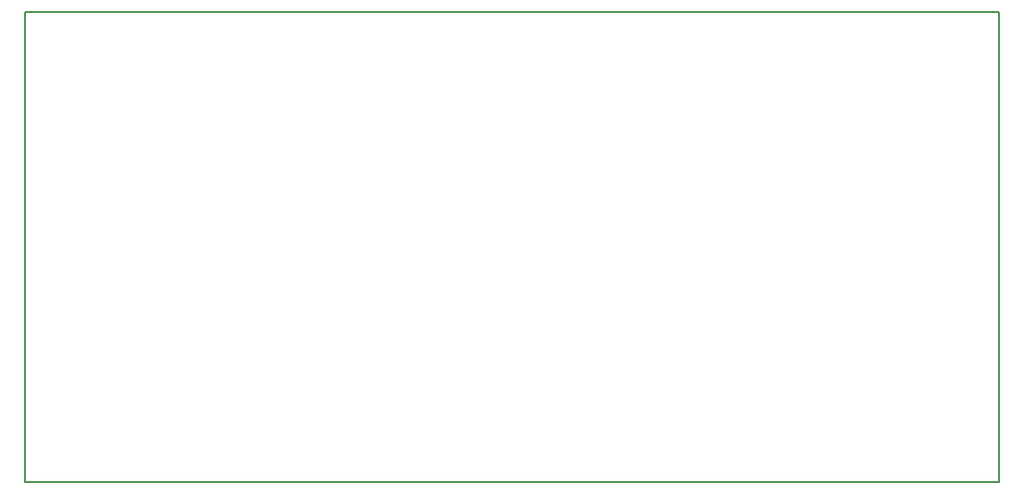
<source format=gm1>
G04 #@! TF.FileFunction,Profile,NP*
%FSLAX46Y46*%
G04 Gerber Fmt 4.6, Leading zero omitted, Abs format (unit mm)*
G04 Created by KiCad (PCBNEW 4.0.1-stable) date Sunday, May 29, 2016 'PMt' 06:37:48 PM*
%MOMM*%
G01*
G04 APERTURE LIST*
%ADD10C,0.100000*%
%ADD11C,0.150000*%
G04 APERTURE END LIST*
D10*
D11*
X89000000Y0D02*
X0Y0D01*
X89000000Y-43000000D02*
X89000000Y0D01*
X0Y-43000000D02*
X89000000Y-43000000D01*
X0Y0D02*
X0Y-43000000D01*
M02*

</source>
